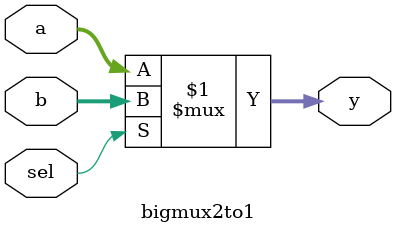
<source format=sv>
module mux2to1 (
  input logic sel,
  input logic a,
  input logic b,
  output logic y
);
  assign y = sel ? b : a;
endmodule

module bigmux2to1 (
  input logic sel,
  input logic [4:0] a,
  input logic [4:0] b,
  output logic [4:0] y
);
  assign y = sel ? b : a;
endmodule
</source>
